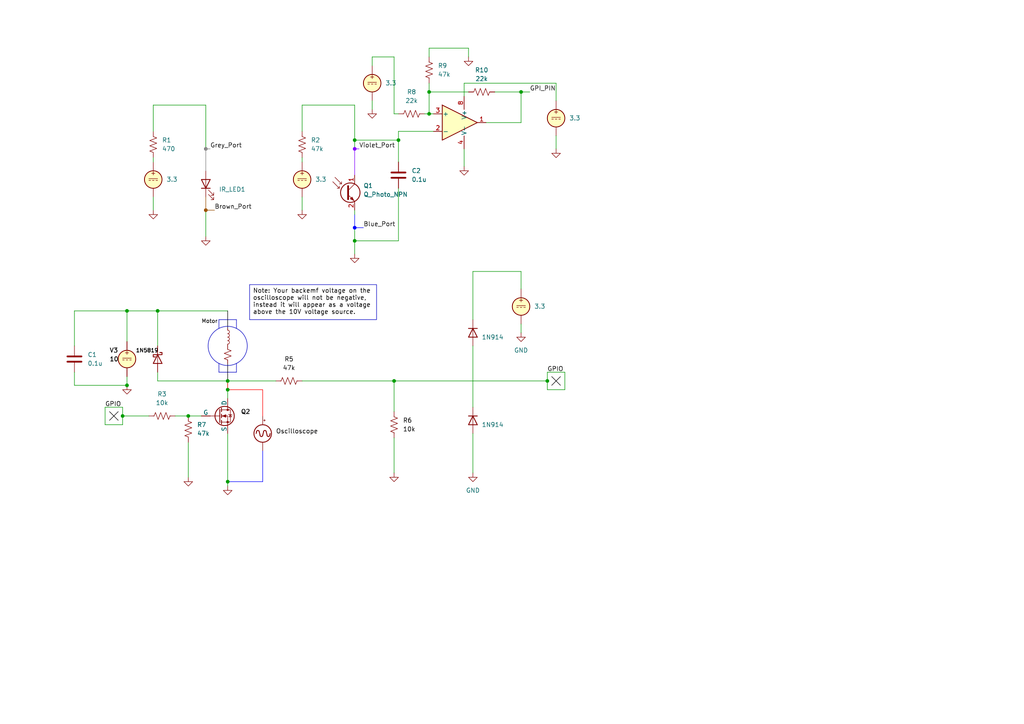
<source format=kicad_sch>
(kicad_sch (version 20230121) (generator eeschema)
  (paper "A4")
  (lib_symbols
    (symbol "Amplifier_Operational:LM358" (pin_names (offset 0.127))
      (property "Reference" "U" (at 0 5.08 0))
      (property "Value" "LM358" (at 0 -5.08 0))
      (symbol "LM358_1_1"
        (polyline (pts (xy -5.08 5.08) (xy 5.08 0) (xy -5.08 -5.08) (xy -5.08 5.08)) (stroke (width 0.254)) (fill (type background)))
        (pin output line (at 7.62 0 180) (length 2.54) (name "~") (number "1"))
        (pin input line (at -7.62 -2.54 0) (length 2.54) (name "-") (number "2"))
        (pin input line (at -7.62 2.54 0) (length 2.54) (name "+") (number "3"))
      )
      (symbol "LM358_2_1"
        (polyline (pts (xy -5.08 5.08) (xy 5.08 0) (xy -5.08 -5.08) (xy -5.08 5.08)) (stroke (width 0.254)) (fill (type background)))
        (pin input line (at -7.62 2.54 0) (length 2.54) (name "+") (number "5"))
        (pin input line (at -7.62 -2.54 0) (length 2.54) (name "-") (number "6"))
        (pin output line (at 7.62 0 180) (length 2.54) (name "~") (number "7"))
      )
      (symbol "LM358_3_1"
        (pin power_in line (at -2.54 -7.62 90) (length 3.81) (name "V-") (number "4"))
        (pin power_in line (at -2.54 7.62 270) (length 3.81) (name "V+") (number "8"))
      )
    )
    (symbol "Device:C" (pin_numbers hide) (pin_names (offset 0.254))
      (property "Reference" "C" (at 0.635 2.54 0))
      (property "Value" "C" (at 0.635 -2.54 0))
      (symbol "C_0_1"
        (polyline (pts (xy -2.032 -0.762) (xy 2.032 -0.762)) (stroke (width 0.508)))
        (polyline (pts (xy -2.032 0.762) (xy 2.032 0.762)) (stroke (width 0.508)))
      )
      (symbol "C_1_1"
        (pin passive line (at 0 3.81 270) (length 2.794) (name "~") (number "1"))
        (pin passive line (at 0 -3.81 90) (length 2.794) (name "~") (number "2"))
      )
    )
    (symbol "Device:LED" (pin_numbers hide) (pin_names (offset 1.016) hide)
      (property "Reference" "D" (at 0 2.54 0))
      (property "Value" "LED" (at 0 -2.54 0))
      (symbol "LED_0_1"
        (polyline (pts (xy -1.27 -1.27) (xy -1.27 1.27)) (stroke (width 0.254)))
        (polyline (pts (xy -1.27 0) (xy 1.27 0)))
        (polyline (pts (xy 1.27 -1.27) (xy 1.27 1.27) (xy -1.27 0) (xy 1.27 -1.27)) (stroke (width 0.254)))
        (polyline (pts (xy -3.048 -0.762) (xy -4.572 -2.286) (xy -3.81 -2.286) (xy -4.572 -2.286) (xy -4.572 -1.524)))
        (polyline (pts (xy -1.778 -0.762) (xy -3.302 -2.286) (xy -2.54 -2.286) (xy -3.302 -2.286) (xy -3.302 -1.524)))
      )
      (symbol "LED_1_1"
        (pin passive line (at -3.81 0 0) (length 2.54) (name "K") (number "1"))
        (pin passive line (at 3.81 0 180) (length 2.54) (name "A") (number "2"))
      )
    )
    (symbol "Device:L_Small" (pin_numbers hide) (pin_names (offset 0.254) hide)
      (property "Reference" "L" (at 0.762 1.016 0))
      (property "Value" "L_Small" (at 0.762 -1.016 0))
      (symbol "L_Small_0_1"
        (arc (start 0 -2.032) (mid 0.5058 -1.524) (end 0 -1.016))
        (arc (start 0 -1.016) (mid 0.5058 -0.508) (end 0 0))
        (arc (start 0 0) (mid 0.5058 0.508) (end 0 1.016))
        (arc (start 0 1.016) (mid 0.5058 1.524) (end 0 2.032))
      )
      (symbol "L_Small_1_1"
        (pin passive line (at 0 2.54 270) (length 0.508) (name "~") (number "1"))
        (pin passive line (at 0 -2.54 90) (length 0.508) (name "~") (number "2"))
      )
    )
    (symbol "Device:Oscilloscope" (pin_numbers hide) (pin_names (offset 0.0254) hide)
      (property "Reference" "MES" (at -3.302 1.016 0))
      (property "Value" "Oscilloscope" (at -3.302 -0.762 0))
      (symbol "Oscilloscope_0_0"
        (arc (start -1.016 0.508) (mid -1.397 0.8874) (end -1.778 0.508) (stroke (width 0.254)))
        (arc (start -0.762 -0.508) (mid -0.381 -0.8874) (end 0 -0.508) (stroke (width 0.254)))
        (polyline (pts (xy -1.778 0.508) (xy -1.905 0)) (stroke (width 0.254)))
        (polyline (pts (xy -1.016 0.508) (xy -0.762 -0.508)) (stroke (width 0.254)))
        (polyline (pts (xy 0 -0.508) (xy 0.254 0.508)) (stroke (width 0.254)))
        (polyline (pts (xy 1.016 0.508) (xy 1.27 -0.508)) (stroke (width 0.254)))
        (polyline (pts (xy 2.032 -0.508) (xy 2.159 0)) (stroke (width 0.254)))
        (arc (start 1.016 0.508) (mid 0.635 0.8874) (end 0.254 0.508) (stroke (width 0.254)))
        (arc (start 1.27 -0.508) (mid 1.651 -0.8874) (end 2.032 -0.508) (stroke (width 0.254)))
      )
      (symbol "Oscilloscope_0_1"
        (polyline (pts (xy 0.254 3.81) (xy 0.762 3.81)))
        (polyline (pts (xy 0.508 4.064) (xy 0.508 3.556)))
        (circle (center 0 0) (radius 2.54) (stroke (width 0.254)))
      )
      (symbol "Oscilloscope_1_1"
        (pin passive line (at 0 -5.08 90) (length 2.54) (name "-") (number "1"))
        (pin passive line (at 0 5.08 270) (length 2.54) (name "+") (number "2"))
      )
    )
    (symbol "Device:Q_Photo_NPN" (pin_names (offset 0) hide)
      (property "Reference" "Q" (at 5.08 1.27 0))
      (property "Value" "Q_Photo_NPN" (at 5.08 -1.27 0))
      (symbol "Q_Photo_NPN_0_1"
        (polyline (pts (xy -1.905 1.27) (xy -2.54 1.27)))
        (polyline (pts (xy -1.27 2.54) (xy -1.905 2.54)))
        (polyline (pts (xy 0.635 0.635) (xy 2.54 2.54)))
        (polyline (pts (xy -3.81 3.175) (xy -1.905 1.27) (xy -1.905 1.905)))
        (polyline (pts (xy -3.175 4.445) (xy -1.27 2.54) (xy -1.27 3.175)))
        (polyline (pts (xy 0.635 -0.635) (xy 2.54 -2.54) (xy 2.54 -2.54)))
        (polyline (pts (xy 0.635 1.905) (xy 0.635 -1.905) (xy 0.635 -1.905)) (stroke (width 0.508)))
        (polyline (pts (xy 1.27 -1.778) (xy 1.778 -1.27) (xy 2.286 -2.286) (xy 1.27 -1.778) (xy 1.27 -1.778)) (fill (type outline)))
        (circle (center 1.27 0) (radius 2.8194) (stroke (width 0.254)))
      )
      (symbol "Q_Photo_NPN_1_1"
        (pin passive line (at 2.54 5.08 270) (length 2.54) (name "C") (number "1"))
        (pin passive line (at 2.54 -5.08 90) (length 2.54) (name "E") (number "2"))
      )
    )
    (symbol "Device:R_Small_US" (pin_numbers hide) (pin_names (offset 0.254) hide)
      (property "Reference" "R" (at 0.762 0.508 0))
      (property "Value" "R_Small_US" (at 0.762 -1.016 0))
      (symbol "R_Small_US_1_1"
        (polyline (pts (xy 0 0) (xy 1.016 -0.381) (xy 0 -0.762) (xy -1.016 -1.143) (xy 0 -1.524)))
        (polyline (pts (xy 0 1.524) (xy 1.016 1.143) (xy 0 0.762) (xy -1.016 0.381) (xy 0 0)))
        (pin passive line (at 0 2.54 270) (length 1.016) (name "~") (number "1"))
        (pin passive line (at 0 -2.54 90) (length 1.016) (name "~") (number "2"))
      )
    )
    (symbol "Device:R_US" (pin_numbers hide) (pin_names (offset 0))
      (property "Reference" "R" (at 2.54 0 90))
      (property "Value" "R_US" (at -2.54 0 90))
      (symbol "R_US_0_1"
        (polyline (pts (xy 0 -2.286) (xy 0 -2.54)))
        (polyline (pts (xy 0 2.286) (xy 0 2.54)))
        (polyline (pts (xy 0 -0.762) (xy 1.016 -1.143) (xy 0 -1.524) (xy -1.016 -1.905) (xy 0 -2.286)))
        (polyline (pts (xy 0 0.762) (xy 1.016 0.381) (xy 0 0) (xy -1.016 -0.381) (xy 0 -0.762)))
        (polyline (pts (xy 0 2.286) (xy 1.016 1.905) (xy 0 1.524) (xy -1.016 1.143) (xy 0 0.762)))
      )
      (symbol "R_US_1_1"
        (pin passive line (at 0 3.81 270) (length 1.27) (name "~") (number "1"))
        (pin passive line (at 0 -3.81 90) (length 1.27) (name "~") (number "2"))
      )
    )
    (symbol "Diode:1N5819" (pin_numbers hide) (pin_names (offset 1.016) hide)
      (property "Reference" "D" (at 0 2.54 0))
      (property "Value" "1N5819" (at 0 -2.54 0))
      (symbol "1N5819_0_1"
        (polyline (pts (xy 1.27 0) (xy -1.27 0)))
        (polyline (pts (xy 1.27 1.27) (xy 1.27 -1.27) (xy -1.27 0) (xy 1.27 1.27)) (stroke (width 0.254)))
        (polyline (pts (xy -1.905 0.635) (xy -1.905 1.27) (xy -1.27 1.27) (xy -1.27 -1.27) (xy -0.635 -1.27) (xy -0.635 -0.635)) (stroke (width 0.254)))
      )
      (symbol "1N5819_1_1"
        (pin passive line (at -3.81 0 0) (length 2.54) (name "K") (number "1"))
        (pin passive line (at 3.81 0 180) (length 2.54) (name "A") (number "2"))
      )
    )
    (symbol "Diode:1N914" (pin_numbers hide) (pin_names hide)
      (property "Reference" "D" (at 0 2.54 0))
      (property "Value" "1N914" (at 0 -2.54 0))
      (symbol "1N914_0_1"
        (polyline (pts (xy -1.27 1.27) (xy -1.27 -1.27)) (stroke (width 0.254)))
        (polyline (pts (xy 1.27 0) (xy -1.27 0)))
        (polyline (pts (xy 1.27 1.27) (xy 1.27 -1.27) (xy -1.27 0) (xy 1.27 1.27)) (stroke (width 0.254)))
      )
      (symbol "1N914_1_1"
        (pin passive line (at -3.81 0 0) (length 2.54) (name "K") (number "1"))
        (pin passive line (at 3.81 0 180) (length 2.54) (name "A") (number "2"))
      )
    )
    (symbol "Simulation_SPICE:NMOS" (pin_numbers hide) (pin_names (offset 0))
      (property "Reference" "Q" (at 5.08 1.27 0))
      (property "Value" "NMOS" (at 5.08 -1.27 0))
      (symbol "NMOS_0_1"
        (polyline (pts (xy 0.254 0) (xy -2.54 0)))
        (polyline (pts (xy 0.254 1.905) (xy 0.254 -1.905)) (stroke (width 0.254)))
        (polyline (pts (xy 0.762 -1.27) (xy 0.762 -2.286)) (stroke (width 0.254)))
        (polyline (pts (xy 0.762 0.508) (xy 0.762 -0.508)) (stroke (width 0.254)))
        (polyline (pts (xy 0.762 2.286) (xy 0.762 1.27)) (stroke (width 0.254)))
        (polyline (pts (xy 2.54 2.54) (xy 2.54 1.778)))
        (polyline (pts (xy 2.54 -2.54) (xy 2.54 0) (xy 0.762 0)))
        (polyline (pts (xy 0.762 -1.778) (xy 3.302 -1.778) (xy 3.302 1.778) (xy 0.762 1.778)))
        (polyline (pts (xy 1.016 0) (xy 2.032 0.381) (xy 2.032 -0.381) (xy 1.016 0)) (fill (type outline)))
        (polyline (pts (xy 2.794 0.508) (xy 2.921 0.381) (xy 3.683 0.381) (xy 3.81 0.254)))
        (polyline (pts (xy 3.302 0.381) (xy 2.921 -0.254) (xy 3.683 -0.254) (xy 3.302 0.381)))
        (circle (center 1.651 0) (radius 2.794) (stroke (width 0.254)))
        (circle (center 2.54 -1.778) (radius 0.254) (fill (type outline)))
        (circle (center 2.54 1.778) (radius 0.254) (fill (type outline)))
      )
      (symbol "NMOS_1_1"
        (pin passive line (at 2.54 5.08 270) (length 2.54) (name "D") (number "1"))
        (pin input line (at -5.08 0 0) (length 2.54) (name "G") (number "2"))
        (pin passive line (at 2.54 -5.08 90) (length 2.54) (name "S") (number "3"))
      )
    )
    (symbol "Simulation_SPICE:VDC" (pin_numbers hide) (pin_names (offset 0.0254))
      (property "Reference" "V" (at 2.54 2.54 0))
      (property "Value" "1" (at 2.54 0 0))
      (symbol "VDC_0_0"
        (polyline (pts (xy -1.27 0.254) (xy 1.27 0.254)))
        (polyline (pts (xy -0.762 -0.254) (xy -1.27 -0.254)))
        (polyline (pts (xy 0.254 -0.254) (xy -0.254 -0.254)))
        (polyline (pts (xy 1.27 -0.254) (xy 0.762 -0.254)))
        (text "+" (at 0 1.905 0) (effects (font (size 1.27 1.27))))
      )
      (symbol "VDC_0_1"
        (circle (center 0 0) (radius 2.54) (stroke (width 0.254)) (fill (type background)))
      )
      (symbol "VDC_1_1"
        (pin passive line (at 0 5.08 270) (length 2.54) (name "~") (number "1"))
        (pin passive line (at 0 -5.08 90) (length 2.54) (name "~") (number "2"))
      )
    )
    (symbol "power:GND" (power) (pin_names (offset 0))
      (property "Value" "GND" (at 0 -3.81 0))
      (symbol "GND_0_1"
        (polyline (pts (xy 0 0) (xy 0 -1.27) (xy 1.27 -1.27) (xy 0 -2.54) (xy -1.27 -1.27) (xy 0 -1.27)))
      )
      (symbol "GND_1_1"
        (pin power_in line (at 0 0 270) (length 0) hide (name "GND") (number "1"))
      )
    )
  )
  (junction (at 151.13 26.67))
  (junction (at 54.61 120.65))
  (junction (at 124.46 33.02))
  (junction (at 59.69 43.18) (color 128 128 128 1))
  (junction (at 102.87 69.85))
  (junction (at 59.69 60.96) (color 150 75 0 1))
  (junction (at 66.04 113.03))
  (junction (at 36.83 90.17))
  (junction (at 36.83 111.76))
  (junction (at 114.3 110.49))
  (junction (at 102.87 40.64))
  (junction (at 35.56 120.65))
  (junction (at 66.04 139.7))
  (junction (at 66.04 110.49))
  (junction (at 124.46 26.67))
  (junction (at 102.87 43.18) (color 127 0 255 1))
  (junction (at 45.72 90.17))
  (junction (at 115.57 40.64))
  (junction (at 158.75 110.49))
  (junction (at 102.87 66.04) (color 0 0 255 1))
  (wire (pts (xy 140.97 35.56) (xy 151.13 35.56)))
  (wire (pts (xy 102.87 40.64) (xy 115.57 40.64)))
  (wire (pts (xy 35.56 118.11) (xy 35.56 120.65)))
  (wire (pts (xy 102.87 66.04) (xy 105.41 66.04)) (stroke (width 0) (color 0 0 255 1)))
  (wire (pts (xy 137.16 125.73) (xy 137.16 137.16)))
  (wire (pts (xy 151.13 26.67) (xy 151.13 35.56)))
  (wire (pts (xy 87.63 110.49) (xy 114.3 110.49)))
  (wire (pts (xy 30.48 118.11) (xy 30.48 123.19)))
  (wire (pts (xy 158.75 107.95) (xy 163.83 107.95)))
  (wire (pts (xy 50.8 120.65) (xy 54.61 120.65)))
  (wire (pts (xy 36.83 90.17) (xy 36.83 99.06)))
  (wire (pts (xy 115.57 38.1) (xy 125.73 38.1)))
  (wire (pts (xy 161.29 39.37) (xy 161.29 43.18)))
  (wire (pts (xy 66.04 110.49) (xy 66.04 113.03)))
  (wire (pts (xy 45.72 110.49) (xy 66.04 110.49)))
  (wire (pts (xy 161.29 24.13) (xy 161.29 29.21)))
  (wire (pts (xy 102.87 43.18) (xy 102.87 50.8)) (stroke (width 0) (color 127 0 255 1)))
  (wire (pts (xy 66.04 105.41) (xy 66.04 110.49)) (stroke (width 0) (color 0 0 1 1)))
  (wire (pts (xy 137.16 100.33) (xy 137.16 118.11)))
  (wire (pts (xy 115.57 40.64) (xy 115.57 46.99)))
  (wire (pts (xy 102.87 30.48) (xy 102.87 40.64)))
  (wire (pts (xy 134.62 24.13) (xy 134.62 27.94)))
  (wire (pts (xy 59.69 43.18) (xy 60.96 43.18)) (stroke (width 0) (color 128 128 128 1)))
  (polyline (pts (xy 31.75 119.38) (xy 34.29 121.92)) (stroke (width 0) (color 0 0 1 1)))
  (wire (pts (xy 30.48 118.11) (xy 35.56 118.11)))
  (wire (pts (xy 21.59 111.76) (xy 36.83 111.76)))
  (wire (pts (xy 114.3 110.49) (xy 114.3 119.38)))
  (wire (pts (xy 137.16 78.74) (xy 137.16 92.71)))
  (polyline (pts (xy 160.02 109.22) (xy 162.56 111.76)) (stroke (width 0) (color 0 0 1 1)))
  (wire (pts (xy 59.69 43.18) (xy 59.69 49.53)) (stroke (width 0) (color 128 128 128 1)))
  (polyline (pts (xy 63.5 92.71) (xy 63.5 95.25)))
  (wire (pts (xy 102.87 69.85) (xy 115.57 69.85)))
  (wire (pts (xy 137.16 78.74) (xy 151.13 78.74)))
  (wire (pts (xy 76.2 130.81) (xy 76.2 139.7)) (stroke (width 0) (color 0 0 255 1)))
  (wire (pts (xy 44.45 45.72) (xy 44.45 46.99)))
  (wire (pts (xy 21.59 90.17) (xy 36.83 90.17)))
  (wire (pts (xy 54.61 128.27) (xy 54.61 138.43)))
  (wire (pts (xy 66.04 113.03) (xy 66.04 115.57)))
  (wire (pts (xy 21.59 90.17) (xy 21.59 100.33)))
  (wire (pts (xy 158.75 107.95) (xy 158.75 110.49)))
  (polyline (pts (xy 63.5 107.95) (xy 63.5 105.41)))
  (wire (pts (xy 66.04 139.7) (xy 66.04 140.97)))
  (wire (pts (xy 87.63 45.72) (xy 87.63 46.99)))
  (wire (pts (xy 59.69 30.48) (xy 59.69 43.18)))
  (polyline (pts (xy 31.75 121.92) (xy 34.29 119.38)) (stroke (width 0) (color 0 0 1 1)))
  (polyline (pts (xy 68.58 92.71) (xy 68.58 95.25)))
  (wire (pts (xy 87.63 57.15) (xy 87.63 60.96)))
  (wire (pts (xy 44.45 57.15) (xy 44.45 60.96)))
  (wire (pts (xy 151.13 26.67) (xy 153.67 26.67)))
  (polyline (pts (xy 68.58 107.95) (xy 68.58 105.41)))
  (wire (pts (xy 45.72 90.17) (xy 45.72 100.33)))
  (wire (pts (xy 143.51 26.67) (xy 151.13 26.67)))
  (wire (pts (xy 35.56 120.65) (xy 43.18 120.65)))
  (wire (pts (xy 21.59 107.95) (xy 21.59 111.76)))
  (wire (pts (xy 107.95 16.51) (xy 114.3 16.51)))
  (wire (pts (xy 59.69 60.96) (xy 62.23 60.96)) (stroke (width 0) (color 150 75 0 1)))
  (wire (pts (xy 135.89 13.97) (xy 135.89 16.51)))
  (wire (pts (xy 87.63 30.48) (xy 102.87 30.48)))
  (wire (pts (xy 36.83 109.22) (xy 36.83 111.76)))
  (wire (pts (xy 66.04 125.73) (xy 66.04 139.7)))
  (wire (pts (xy 102.87 62.23) (xy 102.87 66.04)) (stroke (width 0) (color 0 0 255 1)))
  (wire (pts (xy 114.3 33.02) (xy 115.57 33.02)))
  (wire (pts (xy 158.75 113.03) (xy 163.83 113.03)))
  (wire (pts (xy 36.83 90.17) (xy 45.72 90.17)))
  (wire (pts (xy 124.46 26.67) (xy 135.89 26.67)))
  (polyline (pts (xy 68.58 107.95) (xy 63.5 107.95)))
  (wire (pts (xy 163.83 107.95) (xy 163.83 113.03)))
  (wire (pts (xy 124.46 26.67) (xy 124.46 33.02)))
  (polyline (pts (xy 63.5 92.71) (xy 68.58 92.71)))
  (wire (pts (xy 102.87 43.18) (xy 104.14 43.18)) (stroke (width 0) (color 127 0 255 1)))
  (wire (pts (xy 124.46 33.02) (xy 125.73 33.02)))
  (wire (pts (xy 59.69 57.15) (xy 59.69 60.96)) (stroke (width 0) (color 150 75 0 1)))
  (wire (pts (xy 66.04 113.03) (xy 66.04 110.49)) (stroke (width 0) (color 255 0 0 1)))
  (wire (pts (xy 114.3 110.49) (xy 158.75 110.49)))
  (wire (pts (xy 102.87 40.64) (xy 102.87 43.18)))
  (wire (pts (xy 45.72 90.17) (xy 66.04 90.17)))
  (wire (pts (xy 151.13 93.98) (xy 151.13 96.52)))
  (wire (pts (xy 124.46 13.97) (xy 135.89 13.97)))
  (wire (pts (xy 124.46 24.13) (xy 124.46 26.67)))
  (wire (pts (xy 30.48 123.19) (xy 35.56 123.19)))
  (wire (pts (xy 102.87 66.04) (xy 102.87 69.85)))
  (wire (pts (xy 35.56 120.65) (xy 35.56 123.19)))
  (wire (pts (xy 123.19 33.02) (xy 124.46 33.02)))
  (wire (pts (xy 76.2 113.03) (xy 76.2 120.65)) (stroke (width 0) (color 255 0 0 1)))
  (wire (pts (xy 102.87 69.85) (xy 102.87 73.66)))
  (wire (pts (xy 107.95 29.21) (xy 107.95 31.75)))
  (wire (pts (xy 66.04 113.03) (xy 76.2 113.03)) (stroke (width 0) (color 255 0 0 1)))
  (wire (pts (xy 87.63 30.48) (xy 87.63 38.1)))
  (wire (pts (xy 59.69 60.96) (xy 59.69 68.58)))
  (wire (pts (xy 115.57 54.61) (xy 115.57 69.85)))
  (polyline (pts (xy 160.02 111.76) (xy 162.56 109.22)) (stroke (width 0) (color 0 0 1 1)))
  (wire (pts (xy 124.46 13.97) (xy 124.46 16.51)))
  (wire (pts (xy 114.3 16.51) (xy 114.3 33.02)))
  (wire (pts (xy 102.87 60.96) (xy 102.87 62.23)))
  (wire (pts (xy 66.04 110.49) (xy 80.01 110.49)))
  (wire (pts (xy 44.45 30.48) (xy 59.69 30.48)))
  (wire (pts (xy 54.61 120.65) (xy 58.42 120.65)))
  (wire (pts (xy 134.62 24.13) (xy 161.29 24.13)))
  (wire (pts (xy 115.57 38.1) (xy 115.57 40.64)))
  (wire (pts (xy 66.04 139.7) (xy 76.2 139.7)) (stroke (width 0) (color 0 0 255 1)))
  (wire (pts (xy 134.62 43.18) (xy 134.62 48.26)))
  (wire (pts (xy 114.3 127) (xy 114.3 137.16)))
  (wire (pts (xy 151.13 78.74) (xy 151.13 83.82)))
  (wire (pts (xy 44.45 30.48) (xy 44.45 38.1)))
  (wire (pts (xy 45.72 107.95) (xy 45.72 110.49)))
  (wire (pts (xy 107.95 16.51) (xy 107.95 19.05)))
  (wire (pts (xy 158.75 110.49) (xy 158.75 113.03)))
  (wire (pts (xy 66.04 90.17) (xy 66.04 95.25)) (stroke (width 0) (color 0 0 1 1)))
  (circle (center 66.04 100.33) (radius 5.6796))
  (text_box "Note: Your backemf voltage on the oscilloscope will not be negative, instead it will appear as a voltage above the 10V voltage source." (at 72.39 82.55 0) (size 36.83 10.16) (effects (font (size 1.27 1.27)) (justify left top)))
  (text "GPIO" (at 30.48 118.11 0) (effects (font (size 1.27 1.27)) (justify left bottom)))
  (text "GPIO" (at 158.75 107.95 0) (effects (font (size 1.27 1.27)) (justify left bottom)))
  (text "Motor" (at 58.42 93.98 0) (effects (font (size 1.1 1.1)) (justify left bottom)))
  (label "GPI_PIN" (at 153.67 26.67 0))
  (label "Grey_Port" (at 60.96 43.18 0))
  (label "Violet_Port" (at 104.14 43.18 0))
  (label "Brown_Port" (at 62.23 60.96 0))
  (label "Blue_Port" (at 105.41 66.04 0))
  (symbol (lib_id "power:GND") (at 66.04 140.97 0) (unit 1)
    (property "Reference" "#PWR06" (effects hide))
    (property "Value" "GND" (effects hide))
  )
  (symbol (lib_id "Device:Oscilloscope") (at 76.2 125.73 0) (unit 1)
    (property "Reference" "MES1" (effects hide))
    (property "Value" "Oscilloscope" (at 80.01 125.0315 0) (effects (justify left)))
  )
  (symbol (lib_id "Simulation_SPICE:VDC") (at 87.63 52.07 0) (unit 1)
    (property "Reference" "V2" (effects hide))
    (property "Value" "3.3" (at 91.44 52.0342 0) (effects (justify left)))
    (property "Sim.Pins" "1=+ 2=-" (effects hide))
    (property "Sim.Type" "DC" (effects hide))
    (property "Sim.Device" "V" (effects hide))
  )
  (symbol (lib_id "Device:R_US") (at 124.46 20.32 180) (unit 1)
    (property "Reference" "R9" (at 127 19.05 0) (effects (justify right)))
    (property "Value" "47k" (at 127 21.59 0) (effects (justify right)))
  )
  (symbol (lib_id "Amplifier_Operational:LM358") (at 137.16 35.56 0) (unit 3)
    (property "Reference" "U1" (effects hide))
    (property "Value" "LM358" (effects hide))
    (property "Datasheet" "http://www.ti.com/lit/ds/symlink/lm2904-n.pdf" (effects hide))
  )
  (symbol (lib_id "power:GND") (at 87.63 60.96 0) (unit 1)
    (property "Reference" "#PWR03" (effects hide))
    (property "Value" "GND" (effects hide))
  )
  (symbol (lib_id "Simulation_SPICE:VDC") (at 44.45 52.07 0) (unit 1)
    (property "Reference" "V1" (effects hide))
    (property "Value" "3.3" (at 48.26 52.0342 0) (effects (justify left)))
    (property "Sim.Pins" "1=+ 2=-" (effects hide))
    (property "Sim.Type" "DC" (effects hide))
    (property "Sim.Device" "V" (effects hide))
  )
  (symbol (lib_id "Device:R_US") (at 44.45 41.91 0) (unit 1)
    (property "Reference" "R1" (at 46.99 40.64 0) (effects (justify left)))
    (property "Value" "470" (at 46.99 43.18 0) (effects (justify left)))
  )
  (symbol (lib_id "Device:R_US") (at 54.61 124.46 180) (unit 1)
    (property "Reference" "R7" (at 57.15 123.19 0) (effects (justify right)))
    (property "Value" "47k" (at 57.15 125.73 0) (effects (justify right)))
  )
  (symbol (lib_id "Diode:1N914") (at 137.16 96.52 270) (unit 1)
    (property "Reference" "D2" (effects hide))
    (property "Value" "1N914" (at 139.7 97.79 90) (effects (justify left)))
    (property "Footprint" "Diode_THT:D_DO-35_SOD27_P7.62mm_Horizontal" (effects hide))
    (property "Datasheet" "http://www.vishay.com/docs/85622/1n914.pdf" (effects hide))
    (property "Sim.Device" "D" (effects hide))
    (property "Sim.Pins" "1=K 2=A" (effects hide))
  )
  (symbol (lib_id "Device:R_Small_US") (at 66.04 102.87 0) (unit 1)
    (property "Reference" "R4" (effects hide))
    (property "Value" "R_Small_US" (effects hide))
  )
  (symbol (lib_id "Simulation_SPICE:VDC") (at 36.83 104.14 0) (unit 1)
    (property "Reference" "V3" (at 31.75 101.6 0) (effects (justify left)))
    (property "Value" "10" (at 31.75 104.14 0) (effects (justify left)))
    (property "Sim.Pins" "1=+ 2=-" (effects hide))
    (property "Sim.Type" "DC" (effects hide))
    (property "Sim.Device" "V" (effects hide))
  )
  (symbol (lib_id "power:GND") (at 114.3 137.16 0) (unit 1)
    (property "Reference" "#PWR07" (effects hide))
    (property "Value" "GND" (effects hide))
  )
  (symbol (lib_id "power:GND") (at 134.62 48.26 0) (unit 1)
    (property "Reference" "#PWR011" (effects hide))
    (property "Value" "GND" (effects hide))
  )
  (symbol (lib_id "power:GND") (at 161.29 43.18 0) (unit 1)
    (property "Reference" "#PWR012" (effects hide))
    (property "Value" "GND" (effects hide))
  )
  (symbol (lib_id "Device:R_US") (at 139.7 26.67 90) (unit 1)
    (property "Reference" "R10" (at 139.7 20.32 90))
    (property "Value" "22k" (at 139.7 22.86 90))
  )
  (symbol (lib_id "power:GND") (at 137.16 137.16 0) (unit 1)
    (property "Reference" "#PWR08" (effects hide))
    (property "Value" "GND" (at 137.16 142.24 0))
  )
  (symbol (lib_id "Device:R_US") (at 119.38 33.02 90) (unit 1)
    (property "Reference" "R8" (at 119.38 26.67 90))
    (property "Value" "22k" (at 119.38 29.21 90))
  )
  (symbol (lib_id "Device:R_US") (at 46.99 120.65 90) (unit 1)
    (property "Reference" "R3" (at 46.99 114.3 90))
    (property "Value" "10k" (at 46.99 116.84 90))
  )
  (symbol (lib_id "Simulation_SPICE:VDC") (at 107.95 24.13 0) (unit 1)
    (property "Reference" "V6" (effects hide))
    (property "Value" "3.3" (at 111.76 24.0942 0) (effects (justify left)))
    (property "Sim.Pins" "1=+ 2=-" (effects hide))
    (property "Sim.Type" "DC" (effects hide))
    (property "Sim.Device" "V" (effects hide))
  )
  (symbol (lib_id "Device:Q_Photo_NPN") (at 100.33 55.88 0) (unit 1)
    (property "Reference" "Q1" (at 105.41 53.8607 0) (effects (justify left)))
    (property "Value" "Q_Photo_NPN" (at 105.41 56.4007 0) (effects (justify left)))
  )
  (symbol (lib_id "Device:R_US") (at 83.82 110.49 90) (unit 1)
    (property "Reference" "R5" (at 83.82 104.14 90))
    (property "Value" "47k" (at 83.82 106.68 90))
  )
  (symbol (lib_id "Simulation_SPICE:VDC") (at 151.13 88.9 0) (unit 1)
    (property "Reference" "V4" (effects hide))
    (property "Value" "3.3" (at 154.94 88.8642 0) (effects (justify left)))
    (property "Sim.Pins" "1=+ 2=-" (effects hide))
    (property "Sim.Type" "DC" (effects hide))
    (property "Sim.Device" "V" (effects hide))
  )
  (symbol (lib_id "Device:R_US") (at 114.3 123.19 180) (unit 1)
    (property "Reference" "R6" (at 116.84 121.92 0) (effects (justify right)))
    (property "Value" "10k" (at 116.84 124.46 0) (effects (justify right)))
  )
  (symbol (lib_id "Device:LED") (at 59.69 53.34 90) (unit 1)
    (property "Reference" "IR_LED1" (at 63.5 54.9275 90) (effects (justify right)))
    (property "Value" "LED" (effects hide))
  )
  (symbol (lib_id "power:GND") (at 54.61 138.43 0) (unit 1)
    (property "Reference" "#PWR010" (effects hide))
    (property "Value" "GND" (effects hide))
  )
  (symbol (lib_id "Diode:1N5819") (at 45.72 104.14 270) (unit 1)
    (property "Reference" "D1" (effects hide))
    (property "Value" "1N5819" (at 39.37 101.6 90) (effects (font (size 1.1 1.1)) (justify left)))
    (property "Footprint" "Diode_THT:D_DO-41_SOD81_P10.16mm_Horizontal" (effects hide))
    (property "Datasheet" "http://www.vishay.com/docs/88525/1n5817.pdf" (effects hide))
  )
  (symbol (lib_id "Device:C") (at 115.57 50.8 0) (unit 1)
    (property "Reference" "C2" (at 119.38 49.53 0) (effects (justify left)))
    (property "Value" "0.1u" (at 119.38 52.07 0) (effects (justify left)))
  )
  (symbol (lib_id "Diode:1N914") (at 137.16 121.92 270) (unit 1)
    (property "Reference" "D3" (effects hide))
    (property "Value" "1N914" (at 139.7 123.19 90) (effects (justify left)))
    (property "Footprint" "Diode_THT:D_DO-35_SOD27_P7.62mm_Horizontal" (effects hide))
    (property "Datasheet" "http://www.vishay.com/docs/85622/1n914.pdf" (effects hide))
    (property "Sim.Device" "D" (effects hide))
    (property "Sim.Pins" "1=K 2=A" (effects hide))
  )
  (symbol (lib_id "power:GND") (at 107.95 31.75 0) (unit 1)
    (property "Reference" "#PWR013" (effects hide))
    (property "Value" "GND" (effects hide))
  )
  (symbol (lib_id "power:GND") (at 151.13 96.52 0) (unit 1)
    (property "Reference" "#PWR09" (effects hide))
    (property "Value" "GND" (at 151.13 101.6 0))
  )
  (symbol (lib_id "Device:R_US") (at 87.63 41.91 0) (unit 1)
    (property "Reference" "R2" (at 90.17 40.64 0) (effects (justify left)))
    (property "Value" "47k" (at 90.17 43.18 0) (effects (justify left)))
  )
  (symbol (lib_id "Simulation_SPICE:NMOS") (at 63.5 120.65 0) (unit 1)
    (property "Reference" "Q2" (at 69.85 119.38 0) (effects (justify left)))
    (property "Value" "NMOS" (effects hide))
    (property "Datasheet" "https://ngspice.sourceforge.io/docs/ngspice-manual.pdf" (effects hide))
    (property "Sim.Device" "NMOS" (effects hide))
    (property "Sim.Type" "VDMOS" (effects hide))
    (property "Sim.Pins" "1=D 2=G 3=S" (effects hide))
  )
  (symbol (lib_id "Amplifier_Operational:LM358") (at 133.35 35.56 0) (unit 1)
    (property "Reference" "U1" (effects hide))
    (property "Value" "LM358" (effects hide))
    (property "Datasheet" "http://www.ti.com/lit/ds/symlink/lm2904-n.pdf" (effects hide))
  )
  (symbol (lib_id "Device:C") (at 21.59 104.14 0) (unit 1)
    (property "Reference" "C1" (at 25.4 102.87 0) (effects (justify left)))
    (property "Value" "0.1u" (at 25.4 105.41 0) (effects (justify left)))
  )
  (symbol (lib_id "power:GND") (at 102.87 73.66 0) (unit 1)
    (property "Reference" "#PWR04" (effects hide))
    (property "Value" "GND" (effects hide))
  )
  (symbol (lib_id "Simulation_SPICE:VDC") (at 161.29 34.29 0) (unit 1)
    (property "Reference" "V5" (effects hide))
    (property "Value" "3.3" (at 165.1 34.2542 0) (effects (justify left)))
    (property "Sim.Pins" "1=+ 2=-" (effects hide))
    (property "Sim.Type" "DC" (effects hide))
    (property "Sim.Device" "V" (effects hide))
  )
  (symbol (lib_id "power:GND") (at 36.83 111.76 0) (unit 1)
    (property "Reference" "#PWR05" (effects hide))
    (property "Value" "GND" (effects hide))
  )
  (symbol (lib_id "Device:L_Small") (at 66.04 97.79 0) (unit 1)
    (property "Reference" "L1" (effects hide))
    (property "Value" "L_Small" (effects hide))
  )
  (symbol (lib_id "power:GND") (at 44.45 60.96 0) (unit 1)
    (property "Reference" "#PWR01" (effects hide))
    (property "Value" "GND" (effects hide))
  )
  (symbol (lib_id "power:GND") (at 59.69 68.58 0) (unit 1)
    (property "Reference" "#PWR02" (effects hide))
    (property "Value" "GND" (effects hide))
  )
  (symbol (lib_id "power:GND") (at 135.89 16.51 0) (unit 1)
    (property "Reference" "#PWR014" (effects hide))
    (property "Value" "GND" (effects hide))
  )
)
</source>
